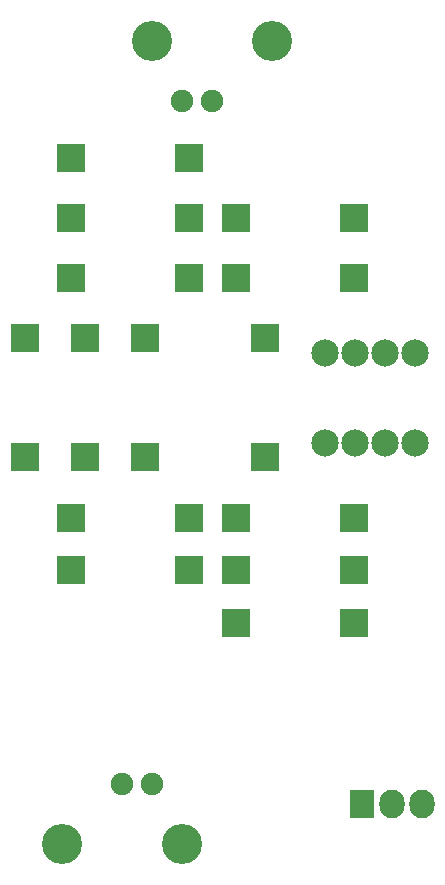
<source format=gbr>
G04 #@! TF.FileFunction,Soldermask,Bot*
%FSLAX46Y46*%
G04 Gerber Fmt 4.6, Leading zero omitted, Abs format (unit mm)*
G04 Created by KiCad (PCBNEW 4.0.5) date Monday, July 31, 2017 'PMt' 03:21:26 PM*
%MOMM*%
%LPD*%
G01*
G04 APERTURE LIST*
%ADD10C,0.150000*%
%ADD11R,2.398980X2.398980*%
%ADD12R,2.127200X2.432000*%
%ADD13O,2.127200X2.432000*%
%ADD14C,2.305000*%
%ADD15C,3.400000*%
%ADD16C,1.900000*%
G04 APERTURE END LIST*
D10*
D11*
X137795000Y-88343740D03*
X137795000Y-98346260D03*
X160576260Y-103505000D03*
X150573740Y-103505000D03*
X160576260Y-107950000D03*
X150573740Y-107950000D03*
X160576260Y-112395000D03*
X150573740Y-112395000D03*
X136603740Y-83185000D03*
X146606260Y-83185000D03*
X136603740Y-78105000D03*
X146606260Y-78105000D03*
X136603740Y-73025000D03*
X146606260Y-73025000D03*
X160576260Y-78105000D03*
X150573740Y-78105000D03*
X146606260Y-107950000D03*
X136603740Y-107950000D03*
D12*
X161290000Y-127762000D03*
D13*
X163830000Y-127762000D03*
X166370000Y-127762000D03*
D11*
X153035000Y-98346260D03*
X153035000Y-88343740D03*
X142875000Y-98346260D03*
X142875000Y-88343740D03*
X132715000Y-98346260D03*
X132715000Y-88343740D03*
X160576260Y-83185000D03*
X150573740Y-83185000D03*
X146606260Y-103505000D03*
X136603740Y-103505000D03*
D14*
X165735000Y-89535000D03*
X163195000Y-89535000D03*
X160655000Y-89535000D03*
X158115000Y-89535000D03*
X158115000Y-97155000D03*
X160655000Y-97155000D03*
X163195000Y-97155000D03*
X165735000Y-97155000D03*
D15*
X143510000Y-63180000D03*
X153670000Y-63180000D03*
D16*
X148590000Y-68260000D03*
X146050000Y-68260000D03*
D15*
X146050000Y-131130000D03*
X135890000Y-131130000D03*
D16*
X140970000Y-126050000D03*
X143510000Y-126050000D03*
M02*

</source>
